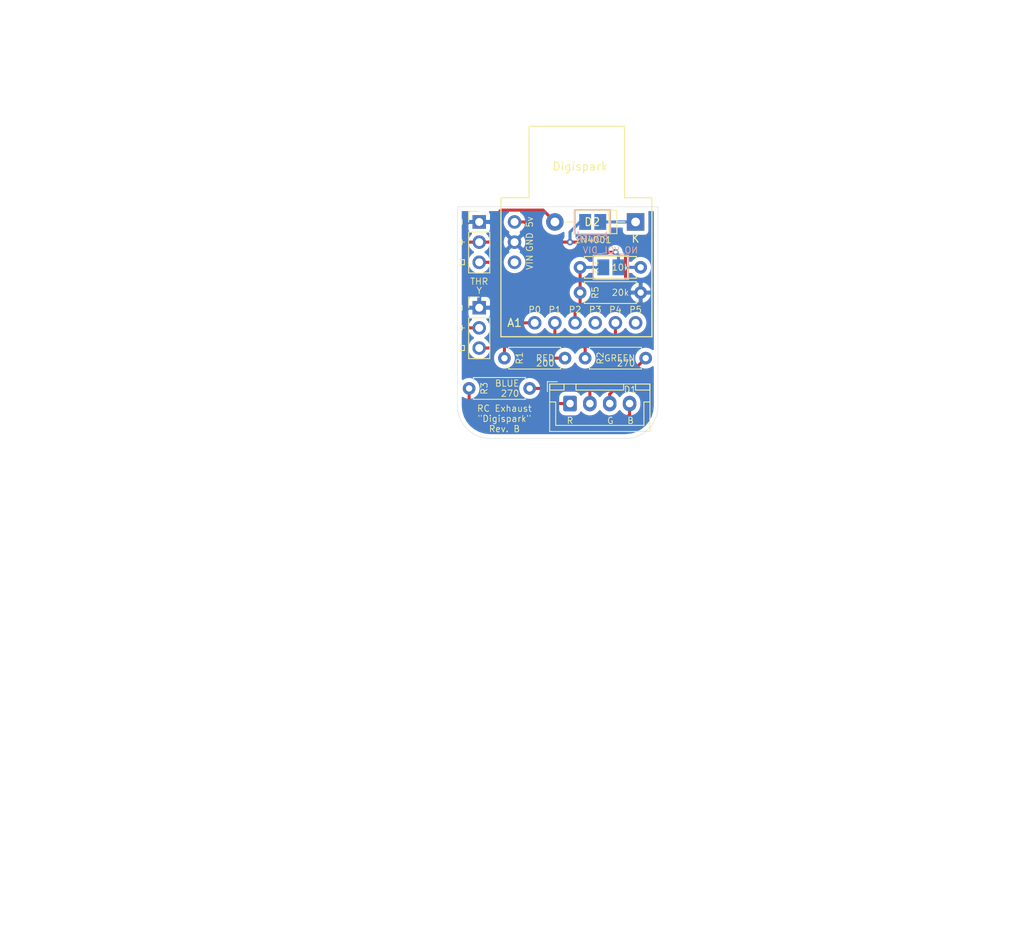
<source format=kicad_pcb>
(kicad_pcb (version 20171130) (host pcbnew "(5.1.8)-1")

  (general
    (thickness 1.6)
    (drawings 30)
    (tracks 72)
    (zones 0)
    (modules 12)
    (nets 13)
  )

  (page A4)
  (layers
    (0 F.Cu signal)
    (31 B.Cu signal)
    (32 B.Adhes user)
    (33 F.Adhes user)
    (34 B.Paste user)
    (35 F.Paste user)
    (36 B.SilkS user)
    (37 F.SilkS user)
    (38 B.Mask user)
    (39 F.Mask user)
    (40 Dwgs.User user)
    (41 Cmts.User user)
    (42 Eco1.User user)
    (43 Eco2.User user)
    (44 Edge.Cuts user)
    (45 Margin user)
    (46 B.CrtYd user)
    (47 F.CrtYd user)
    (48 B.Fab user)
    (49 F.Fab user)
  )

  (setup
    (last_trace_width 0.381)
    (trace_clearance 0.2)
    (zone_clearance 0.508)
    (zone_45_only no)
    (trace_min 0.2)
    (via_size 0.8)
    (via_drill 0.4)
    (via_min_size 0.4)
    (via_min_drill 0.3)
    (uvia_size 0.3)
    (uvia_drill 0.1)
    (uvias_allowed no)
    (uvia_min_size 0.2)
    (uvia_min_drill 0.1)
    (edge_width 0.05)
    (segment_width 0.2)
    (pcb_text_width 0.3)
    (pcb_text_size 1.5 1.5)
    (mod_edge_width 0.12)
    (mod_text_size 1 1)
    (mod_text_width 0.15)
    (pad_size 1.524 1.524)
    (pad_drill 0.762)
    (pad_to_mask_clearance 0)
    (aux_axis_origin 0 0)
    (visible_elements 7FFFFFFF)
    (pcbplotparams
      (layerselection 0x011fc_ffffffff)
      (usegerberextensions true)
      (usegerberattributes false)
      (usegerberadvancedattributes false)
      (creategerberjobfile false)
      (excludeedgelayer true)
      (linewidth 0.100000)
      (plotframeref false)
      (viasonmask false)
      (mode 1)
      (useauxorigin false)
      (hpglpennumber 1)
      (hpglpenspeed 20)
      (hpglpendiameter 15.000000)
      (psnegative false)
      (psa4output false)
      (plotreference true)
      (plotvalue true)
      (plotinvisibletext false)
      (padsonsilk false)
      (subtractmaskfromsilk false)
      (outputformat 1)
      (mirror false)
      (drillshape 0)
      (scaleselection 1)
      (outputdirectory "export/"))
  )

  (net 0 "")
  (net 1 GND)
  (net 2 THR)
  (net 3 "Net-(D1-Pad1)")
  (net 4 "Net-(J5-Pad3)")
  (net 5 "Net-(D1-Pad3)")
  (net 6 "Net-(D1-Pad4)")
  (net 7 /RGB_R)
  (net 8 /RGB_B)
  (net 9 /RGB_G)
  (net 10 "Net-(A1-Pad8)")
  (net 11 "Net-(D2-Pad1)")
  (net 12 /6v)

  (net_class Default "This is the default net class."
    (clearance 0.2)
    (trace_width 0.381)
    (via_dia 0.8)
    (via_drill 0.4)
    (uvia_dia 0.3)
    (uvia_drill 0.1)
    (add_net /6v)
    (add_net /RGB_B)
    (add_net /RGB_G)
    (add_net /RGB_R)
    (add_net GND)
    (add_net "Net-(A1-Pad8)")
    (add_net "Net-(D1-Pad1)")
    (add_net "Net-(D1-Pad3)")
    (add_net "Net-(D1-Pad4)")
    (add_net "Net-(D2-Pad1)")
    (add_net "Net-(J5-Pad3)")
    (add_net THR)
  )

  (net_class BEC ""
    (clearance 0.2)
    (trace_width 0.5)
    (via_dia 0.8)
    (via_drill 0.4)
    (uvia_dia 0.3)
    (uvia_drill 0.1)
  )

  (net_class Power ""
    (clearance 0.2)
    (trace_width 0.381)
    (via_dia 0.9)
    (via_drill 0.4)
    (uvia_dia 0.3)
    (uvia_drill 0.1)
  )

  (module resistor:R_Axial_DIN0207_L6.3mm_D2.5mm_P7.62mm_Horizontal (layer F.Cu) (tedit 62698003) (tstamp 64EE9ACE)
    (at 113.665 96.52 180)
    (descr "Resistor, Axial_DIN0207 series, Axial, Horizontal, pin pitch=7.62mm, 0.25W = 1/4W, length*diameter=6.3*2.5mm^2, http://cdn-reichelt.de/documents/datenblatt/B400/1_4W%23YAG.pdf")
    (tags "Resistor Axial_DIN0207 series Axial Horizontal pin pitch 7.62mm 0.25W = 1/4W length 6.3mm diameter 2.5mm")
    (path /64ECF255)
    (fp_text reference R1 (at 5.715 0 270) (layer F.SilkS)
      (effects (font (size 0.8 0.8) (thickness 0.1)))
    )
    (fp_text value 200 (at 1.27 -0.635 180) (layer F.SilkS)
      (effects (font (size 0.8 0.8) (thickness 0.1)) (justify right))
    )
    (fp_line (start 8.67 -1.5) (end -1.05 -1.5) (layer F.CrtYd) (width 0.05))
    (fp_line (start 8.67 1.5) (end 8.67 -1.5) (layer F.CrtYd) (width 0.05))
    (fp_line (start -1.05 1.5) (end 8.67 1.5) (layer F.CrtYd) (width 0.05))
    (fp_line (start -1.05 -1.5) (end -1.05 1.5) (layer F.CrtYd) (width 0.05))
    (fp_line (start 7.08 1.37) (end 7.08 1.04) (layer F.SilkS) (width 0.12))
    (fp_line (start 0.54 1.37) (end 7.08 1.37) (layer F.SilkS) (width 0.12))
    (fp_line (start 0.54 1.04) (end 0.54 1.37) (layer F.SilkS) (width 0.12))
    (fp_line (start 7.08 -1.37) (end 7.08 -1.04) (layer F.SilkS) (width 0.12))
    (fp_line (start 0.54 -1.37) (end 7.08 -1.37) (layer F.SilkS) (width 0.12))
    (fp_line (start 0.54 -1.04) (end 0.54 -1.37) (layer F.SilkS) (width 0.12))
    (fp_line (start 7.62 0) (end 6.96 0) (layer F.Fab) (width 0.1))
    (fp_line (start 0 0) (end 0.66 0) (layer F.Fab) (width 0.1))
    (fp_line (start 6.96 -1.25) (end 0.66 -1.25) (layer F.Fab) (width 0.1))
    (fp_line (start 6.96 1.25) (end 6.96 -1.25) (layer F.Fab) (width 0.1))
    (fp_line (start 0.66 1.25) (end 6.96 1.25) (layer F.Fab) (width 0.1))
    (fp_line (start 0.66 -1.25) (end 0.66 1.25) (layer F.Fab) (width 0.1))
    (fp_text user %R (at 5.715 0 270) (layer F.Fab)
      (effects (font (size 0.8 0.8) (thickness 0.1)))
    )
    (pad 1 thru_hole circle (at 0 0 180) (size 1.6 1.6) (drill 0.8) (layers *.Cu *.Mask)
      (net 3 "Net-(D1-Pad1)"))
    (pad 2 thru_hole oval (at 7.62 0 180) (size 1.6 1.6) (drill 0.8) (layers *.Cu *.Mask)
      (net 7 /RGB_R))
    (model ${KISYS3DMOD}/Resistor_THT.3dshapes/R_Axial_DIN0207_L6.3mm_D2.5mm_P7.62mm_Horizontal.wrl
      (at (xyz 0 0 0))
      (scale (xyz 1 1 1))
      (rotate (xyz 0 0 0))
    )
  )

  (module resistor:R_Axial_DIN0207_L6.3mm_D2.5mm_P7.62mm_Horizontal (layer F.Cu) (tedit 62698003) (tstamp 64EAE5D2)
    (at 123.825 96.52 180)
    (descr "Resistor, Axial_DIN0207 series, Axial, Horizontal, pin pitch=7.62mm, 0.25W = 1/4W, length*diameter=6.3*2.5mm^2, http://cdn-reichelt.de/documents/datenblatt/B400/1_4W%23YAG.pdf")
    (tags "Resistor Axial_DIN0207 series Axial Horizontal pin pitch 7.62mm 0.25W = 1/4W length 6.3mm diameter 2.5mm")
    (path /64ED38BC)
    (fp_text reference R2 (at 5.715 0 270) (layer F.SilkS)
      (effects (font (size 0.8 0.8) (thickness 0.1)))
    )
    (fp_text value 270 (at 1.27 -0.635 180) (layer F.SilkS)
      (effects (font (size 0.8 0.8) (thickness 0.1)) (justify right))
    )
    (fp_line (start 0.66 -1.25) (end 0.66 1.25) (layer F.Fab) (width 0.1))
    (fp_line (start 0.66 1.25) (end 6.96 1.25) (layer F.Fab) (width 0.1))
    (fp_line (start 6.96 1.25) (end 6.96 -1.25) (layer F.Fab) (width 0.1))
    (fp_line (start 6.96 -1.25) (end 0.66 -1.25) (layer F.Fab) (width 0.1))
    (fp_line (start 0 0) (end 0.66 0) (layer F.Fab) (width 0.1))
    (fp_line (start 7.62 0) (end 6.96 0) (layer F.Fab) (width 0.1))
    (fp_line (start 0.54 -1.04) (end 0.54 -1.37) (layer F.SilkS) (width 0.12))
    (fp_line (start 0.54 -1.37) (end 7.08 -1.37) (layer F.SilkS) (width 0.12))
    (fp_line (start 7.08 -1.37) (end 7.08 -1.04) (layer F.SilkS) (width 0.12))
    (fp_line (start 0.54 1.04) (end 0.54 1.37) (layer F.SilkS) (width 0.12))
    (fp_line (start 0.54 1.37) (end 7.08 1.37) (layer F.SilkS) (width 0.12))
    (fp_line (start 7.08 1.37) (end 7.08 1.04) (layer F.SilkS) (width 0.12))
    (fp_line (start -1.05 -1.5) (end -1.05 1.5) (layer F.CrtYd) (width 0.05))
    (fp_line (start -1.05 1.5) (end 8.67 1.5) (layer F.CrtYd) (width 0.05))
    (fp_line (start 8.67 1.5) (end 8.67 -1.5) (layer F.CrtYd) (width 0.05))
    (fp_line (start 8.67 -1.5) (end -1.05 -1.5) (layer F.CrtYd) (width 0.05))
    (fp_text user %R (at 5.715 0 270) (layer F.Fab)
      (effects (font (size 0.8 0.8) (thickness 0.1)))
    )
    (pad 2 thru_hole oval (at 7.62 0 180) (size 1.6 1.6) (drill 0.8) (layers *.Cu *.Mask)
      (net 9 /RGB_G))
    (pad 1 thru_hole circle (at 0 0 180) (size 1.6 1.6) (drill 0.8) (layers *.Cu *.Mask)
      (net 5 "Net-(D1-Pad3)"))
    (model ${KISYS3DMOD}/Resistor_THT.3dshapes/R_Axial_DIN0207_L6.3mm_D2.5mm_P7.62mm_Horizontal.wrl
      (at (xyz 0 0 0))
      (scale (xyz 1 1 1))
      (rotate (xyz 0 0 0))
    )
  )

  (module Connector_PinHeader_2.54mm:PinHeader_1x03_P2.54mm_Vertical (layer F.Cu) (tedit 59FED5CC) (tstamp 65176631)
    (at 102.87 90.17)
    (descr "Through hole straight pin header, 1x03, 2.54mm pitch, single row")
    (tags "Through hole pin header THT 1x03 2.54mm single row")
    (path /64E92EE9)
    (fp_text reference J6 (at 0 -2.33) (layer F.SilkS) hide
      (effects (font (size 0.8 0.8) (thickness 0.1)))
    )
    (fp_text value THR_Y (at 0 7.41) (layer F.Fab)
      (effects (font (size 0.8 0.8) (thickness 0.1)))
    )
    (fp_line (start -0.635 -1.27) (end 1.27 -1.27) (layer F.Fab) (width 0.1))
    (fp_line (start 1.27 -1.27) (end 1.27 6.35) (layer F.Fab) (width 0.1))
    (fp_line (start 1.27 6.35) (end -1.27 6.35) (layer F.Fab) (width 0.1))
    (fp_line (start -1.27 6.35) (end -1.27 -0.635) (layer F.Fab) (width 0.1))
    (fp_line (start -1.27 -0.635) (end -0.635 -1.27) (layer F.Fab) (width 0.1))
    (fp_line (start -1.33 6.41) (end 1.33 6.41) (layer F.SilkS) (width 0.12))
    (fp_line (start -1.33 1.27) (end -1.33 6.41) (layer F.SilkS) (width 0.12))
    (fp_line (start 1.33 1.27) (end 1.33 6.41) (layer F.SilkS) (width 0.12))
    (fp_line (start -1.33 1.27) (end 1.33 1.27) (layer F.SilkS) (width 0.12))
    (fp_line (start -1.33 0) (end -1.33 -1.33) (layer F.SilkS) (width 0.12))
    (fp_line (start -1.33 -1.33) (end 0 -1.33) (layer F.SilkS) (width 0.12))
    (fp_line (start -1.8 -1.8) (end -1.8 6.85) (layer F.CrtYd) (width 0.05))
    (fp_line (start -1.8 6.85) (end 1.8 6.85) (layer F.CrtYd) (width 0.05))
    (fp_line (start 1.8 6.85) (end 1.8 -1.8) (layer F.CrtYd) (width 0.05))
    (fp_line (start 1.8 -1.8) (end -1.8 -1.8) (layer F.CrtYd) (width 0.05))
    (fp_text user %R (at 0 2.54 90) (layer F.Fab)
      (effects (font (size 0.8 0.8) (thickness 0.1)))
    )
    (pad 3 thru_hole oval (at 0 5.08) (size 1.7 1.7) (drill 1) (layers *.Cu *.Mask)
      (net 4 "Net-(J5-Pad3)"))
    (pad 2 thru_hole oval (at 0 2.54) (size 1.7 1.7) (drill 1) (layers *.Cu *.Mask)
      (net 12 /6v))
    (pad 1 thru_hole rect (at 0 0) (size 1.7 1.7) (drill 1) (layers *.Cu *.Mask)
      (net 1 GND))
    (model ${KISYS3DMOD}/Connector_PinHeader_2.54mm.3dshapes/PinHeader_1x03_P2.54mm_Vertical.wrl
      (at (xyz 0 0 0))
      (scale (xyz 1 1 1))
      (rotate (xyz 0 0 0))
    )
  )

  (module Connector_PinHeader_2.54mm:PinHeader_1x03_P2.54mm_Vertical (layer F.Cu) (tedit 59FED5CC) (tstamp 651765EF)
    (at 102.87 79.375)
    (descr "Through hole straight pin header, 1x03, 2.54mm pitch, single row")
    (tags "Through hole pin header THT 1x03 2.54mm single row")
    (path /64E92EE3)
    (fp_text reference J5 (at 0 -2.33) (layer F.SilkS) hide
      (effects (font (size 1 1) (thickness 0.15)))
    )
    (fp_text value THR (at 0 7.41) (layer F.Fab)
      (effects (font (size 1 1) (thickness 0.15)))
    )
    (fp_line (start 1.8 -1.8) (end -1.8 -1.8) (layer F.CrtYd) (width 0.05))
    (fp_line (start 1.8 6.85) (end 1.8 -1.8) (layer F.CrtYd) (width 0.05))
    (fp_line (start -1.8 6.85) (end 1.8 6.85) (layer F.CrtYd) (width 0.05))
    (fp_line (start -1.8 -1.8) (end -1.8 6.85) (layer F.CrtYd) (width 0.05))
    (fp_line (start -1.33 -1.33) (end 0 -1.33) (layer F.SilkS) (width 0.12))
    (fp_line (start -1.33 0) (end -1.33 -1.33) (layer F.SilkS) (width 0.12))
    (fp_line (start -1.33 1.27) (end 1.33 1.27) (layer F.SilkS) (width 0.12))
    (fp_line (start 1.33 1.27) (end 1.33 6.41) (layer F.SilkS) (width 0.12))
    (fp_line (start -1.33 1.27) (end -1.33 6.41) (layer F.SilkS) (width 0.12))
    (fp_line (start -1.33 6.41) (end 1.33 6.41) (layer F.SilkS) (width 0.12))
    (fp_line (start -1.27 -0.635) (end -0.635 -1.27) (layer F.Fab) (width 0.1))
    (fp_line (start -1.27 6.35) (end -1.27 -0.635) (layer F.Fab) (width 0.1))
    (fp_line (start 1.27 6.35) (end -1.27 6.35) (layer F.Fab) (width 0.1))
    (fp_line (start 1.27 -1.27) (end 1.27 6.35) (layer F.Fab) (width 0.1))
    (fp_line (start -0.635 -1.27) (end 1.27 -1.27) (layer F.Fab) (width 0.1))
    (fp_text user %R (at 0 2.54 90) (layer F.Fab)
      (effects (font (size 1 1) (thickness 0.15)))
    )
    (pad 1 thru_hole rect (at 0 0) (size 1.7 1.7) (drill 1) (layers *.Cu *.Mask)
      (net 1 GND))
    (pad 2 thru_hole oval (at 0 2.54) (size 1.7 1.7) (drill 1) (layers *.Cu *.Mask)
      (net 12 /6v))
    (pad 3 thru_hole oval (at 0 5.08) (size 1.7 1.7) (drill 1) (layers *.Cu *.Mask)
      (net 4 "Net-(J5-Pad3)"))
    (model ${KISYS3DMOD}/Connector_PinHeader_2.54mm.3dshapes/PinHeader_1x03_P2.54mm_Vertical.wrl
      (at (xyz 0 0 0))
      (scale (xyz 1 1 1))
      (rotate (xyz 0 0 0))
    )
  )

  (module resistor:R_Axial_DIN0207_L6.3mm_D2.5mm_P7.62mm_Horizontal (layer F.Cu) (tedit 62698003) (tstamp 65686FE3)
    (at 101.6 100.33)
    (descr "Resistor, Axial_DIN0207 series, Axial, Horizontal, pin pitch=7.62mm, 0.25W = 1/4W, length*diameter=6.3*2.5mm^2, http://cdn-reichelt.de/documents/datenblatt/B400/1_4W%23YAG.pdf")
    (tags "Resistor Axial_DIN0207 series Axial Horizontal pin pitch 7.62mm 0.25W = 1/4W length 6.3mm diameter 2.5mm")
    (path /650115B7)
    (fp_text reference R3 (at 1.905 0 90) (layer F.SilkS)
      (effects (font (size 0.8 0.8) (thickness 0.1)))
    )
    (fp_text value 270 (at 6.35 0.635) (layer F.SilkS)
      (effects (font (size 0.8 0.8) (thickness 0.1)) (justify right))
    )
    (fp_line (start 0.66 -1.25) (end 0.66 1.25) (layer F.Fab) (width 0.1))
    (fp_line (start 0.66 1.25) (end 6.96 1.25) (layer F.Fab) (width 0.1))
    (fp_line (start 6.96 1.25) (end 6.96 -1.25) (layer F.Fab) (width 0.1))
    (fp_line (start 6.96 -1.25) (end 0.66 -1.25) (layer F.Fab) (width 0.1))
    (fp_line (start 0 0) (end 0.66 0) (layer F.Fab) (width 0.1))
    (fp_line (start 7.62 0) (end 6.96 0) (layer F.Fab) (width 0.1))
    (fp_line (start 0.54 -1.04) (end 0.54 -1.37) (layer F.SilkS) (width 0.12))
    (fp_line (start 0.54 -1.37) (end 7.08 -1.37) (layer F.SilkS) (width 0.12))
    (fp_line (start 7.08 -1.37) (end 7.08 -1.04) (layer F.SilkS) (width 0.12))
    (fp_line (start 0.54 1.04) (end 0.54 1.37) (layer F.SilkS) (width 0.12))
    (fp_line (start 0.54 1.37) (end 7.08 1.37) (layer F.SilkS) (width 0.12))
    (fp_line (start 7.08 1.37) (end 7.08 1.04) (layer F.SilkS) (width 0.12))
    (fp_line (start -1.05 -1.5) (end -1.05 1.5) (layer F.CrtYd) (width 0.05))
    (fp_line (start -1.05 1.5) (end 8.67 1.5) (layer F.CrtYd) (width 0.05))
    (fp_line (start 8.67 1.5) (end 8.67 -1.5) (layer F.CrtYd) (width 0.05))
    (fp_line (start 8.67 -1.5) (end -1.05 -1.5) (layer F.CrtYd) (width 0.05))
    (fp_text user %R (at 1.905 0 90) (layer F.Fab)
      (effects (font (size 0.8 0.8) (thickness 0.1)))
    )
    (pad 1 thru_hole circle (at 0 0) (size 1.6 1.6) (drill 0.8) (layers *.Cu *.Mask)
      (net 6 "Net-(D1-Pad4)"))
    (pad 2 thru_hole oval (at 7.62 0) (size 1.6 1.6) (drill 0.8) (layers *.Cu *.Mask)
      (net 8 /RGB_B))
    (model ${KISYS3DMOD}/Resistor_THT.3dshapes/R_Axial_DIN0207_L6.3mm_D2.5mm_P7.62mm_Horizontal.wrl
      (at (xyz 0 0 0))
      (scale (xyz 1 1 1))
      (rotate (xyz 0 0 0))
    )
  )

  (module resistor:R_Axial_DIN0207_L6.3mm_D2.5mm_P7.62mm_Horizontal (layer F.Cu) (tedit 62698003) (tstamp 65176020)
    (at 123.19 85.09 180)
    (descr "Resistor, Axial_DIN0207 series, Axial, Horizontal, pin pitch=7.62mm, 0.25W = 1/4W, length*diameter=6.3*2.5mm^2, http://cdn-reichelt.de/documents/datenblatt/B400/1_4W%23YAG.pdf")
    (tags "Resistor Axial_DIN0207 series Axial Horizontal pin pitch 7.62mm 0.25W = 1/4W length 6.3mm diameter 2.5mm")
    (path /650152BE)
    (fp_text reference R4 (at 5.715 0 90) (layer F.SilkS)
      (effects (font (size 0.8 0.8) (thickness 0.1)))
    )
    (fp_text value 10k (at 2.54 0) (layer F.SilkS)
      (effects (font (size 0.8 0.8) (thickness 0.1)))
    )
    (fp_line (start 8.67 -1.5) (end -1.05 -1.5) (layer F.CrtYd) (width 0.05))
    (fp_line (start 8.67 1.5) (end 8.67 -1.5) (layer F.CrtYd) (width 0.05))
    (fp_line (start -1.05 1.5) (end 8.67 1.5) (layer F.CrtYd) (width 0.05))
    (fp_line (start -1.05 -1.5) (end -1.05 1.5) (layer F.CrtYd) (width 0.05))
    (fp_line (start 7.08 1.37) (end 7.08 1.04) (layer F.SilkS) (width 0.12))
    (fp_line (start 0.54 1.37) (end 7.08 1.37) (layer F.SilkS) (width 0.12))
    (fp_line (start 0.54 1.04) (end 0.54 1.37) (layer F.SilkS) (width 0.12))
    (fp_line (start 7.08 -1.37) (end 7.08 -1.04) (layer F.SilkS) (width 0.12))
    (fp_line (start 0.54 -1.37) (end 7.08 -1.37) (layer F.SilkS) (width 0.12))
    (fp_line (start 0.54 -1.04) (end 0.54 -1.37) (layer F.SilkS) (width 0.12))
    (fp_line (start 7.62 0) (end 6.96 0) (layer F.Fab) (width 0.1))
    (fp_line (start 0 0) (end 0.66 0) (layer F.Fab) (width 0.1))
    (fp_line (start 6.96 -1.25) (end 0.66 -1.25) (layer F.Fab) (width 0.1))
    (fp_line (start 6.96 1.25) (end 6.96 -1.25) (layer F.Fab) (width 0.1))
    (fp_line (start 0.66 1.25) (end 6.96 1.25) (layer F.Fab) (width 0.1))
    (fp_line (start 0.66 -1.25) (end 0.66 1.25) (layer F.Fab) (width 0.1))
    (fp_text user %R (at 5.715 0 90) (layer F.Fab)
      (effects (font (size 0.8 0.8) (thickness 0.1)))
    )
    (pad 2 thru_hole oval (at 7.62 0 180) (size 1.6 1.6) (drill 0.8) (layers *.Cu *.Mask)
      (net 2 THR))
    (pad 1 thru_hole circle (at 0 0 180) (size 1.6 1.6) (drill 0.8) (layers *.Cu *.Mask)
      (net 4 "Net-(J5-Pad3)"))
    (model ${KISYS3DMOD}/Resistor_THT.3dshapes/R_Axial_DIN0207_L6.3mm_D2.5mm_P7.62mm_Horizontal.wrl
      (at (xyz 0 0 0))
      (scale (xyz 1 1 1))
      (rotate (xyz 0 0 0))
    )
  )

  (module resistor:R_Axial_DIN0207_L6.3mm_D2.5mm_P7.62mm_Horizontal (layer F.Cu) (tedit 62698003) (tstamp 65176037)
    (at 115.57 88.265)
    (descr "Resistor, Axial_DIN0207 series, Axial, Horizontal, pin pitch=7.62mm, 0.25W = 1/4W, length*diameter=6.3*2.5mm^2, http://cdn-reichelt.de/documents/datenblatt/B400/1_4W%23YAG.pdf")
    (tags "Resistor Axial_DIN0207 series Axial Horizontal pin pitch 7.62mm 0.25W = 1/4W length 6.3mm diameter 2.5mm")
    (path /65018C06)
    (fp_text reference R5 (at 1.905 0 90) (layer F.SilkS)
      (effects (font (size 0.8 0.8) (thickness 0.1)))
    )
    (fp_text value 20k (at 5.08 0) (layer F.SilkS)
      (effects (font (size 0.8 0.8) (thickness 0.1)))
    )
    (fp_line (start 0.66 -1.25) (end 0.66 1.25) (layer F.Fab) (width 0.1))
    (fp_line (start 0.66 1.25) (end 6.96 1.25) (layer F.Fab) (width 0.1))
    (fp_line (start 6.96 1.25) (end 6.96 -1.25) (layer F.Fab) (width 0.1))
    (fp_line (start 6.96 -1.25) (end 0.66 -1.25) (layer F.Fab) (width 0.1))
    (fp_line (start 0 0) (end 0.66 0) (layer F.Fab) (width 0.1))
    (fp_line (start 7.62 0) (end 6.96 0) (layer F.Fab) (width 0.1))
    (fp_line (start 0.54 -1.04) (end 0.54 -1.37) (layer F.SilkS) (width 0.12))
    (fp_line (start 0.54 -1.37) (end 7.08 -1.37) (layer F.SilkS) (width 0.12))
    (fp_line (start 7.08 -1.37) (end 7.08 -1.04) (layer F.SilkS) (width 0.12))
    (fp_line (start 0.54 1.04) (end 0.54 1.37) (layer F.SilkS) (width 0.12))
    (fp_line (start 0.54 1.37) (end 7.08 1.37) (layer F.SilkS) (width 0.12))
    (fp_line (start 7.08 1.37) (end 7.08 1.04) (layer F.SilkS) (width 0.12))
    (fp_line (start -1.05 -1.5) (end -1.05 1.5) (layer F.CrtYd) (width 0.05))
    (fp_line (start -1.05 1.5) (end 8.67 1.5) (layer F.CrtYd) (width 0.05))
    (fp_line (start 8.67 1.5) (end 8.67 -1.5) (layer F.CrtYd) (width 0.05))
    (fp_line (start 8.67 -1.5) (end -1.05 -1.5) (layer F.CrtYd) (width 0.05))
    (fp_text user %R (at 1.905 0 90) (layer F.Fab)
      (effects (font (size 0.8 0.8) (thickness 0.1)))
    )
    (pad 1 thru_hole circle (at 0 0) (size 1.6 1.6) (drill 0.8) (layers *.Cu *.Mask)
      (net 2 THR))
    (pad 2 thru_hole oval (at 7.62 0) (size 1.6 1.6) (drill 0.8) (layers *.Cu *.Mask)
      (net 1 GND))
    (model ${KISYS3DMOD}/Resistor_THT.3dshapes/R_Axial_DIN0207_L6.3mm_D2.5mm_P7.62mm_Horizontal.wrl
      (at (xyz 0 0 0))
      (scale (xyz 1 1 1))
      (rotate (xyz 0 0 0))
    )
  )

  (module Connector_JST:JST_XH_B4B-XH-A_1x04_P2.50mm_Vertical (layer F.Cu) (tedit 5C28146C) (tstamp 656869A6)
    (at 114.3 102.235)
    (descr "JST XH series connector, B4B-XH-A (http://www.jst-mfg.com/product/pdf/eng/eXH.pdf), generated with kicad-footprint-generator")
    (tags "connector JST XH vertical")
    (path /65190DA5)
    (fp_text reference D1 (at 7.5692 -1.7526 180) (layer F.SilkS)
      (effects (font (size 0.8 0.8) (thickness 0.1)))
    )
    (fp_text value LED_RGBA (at 3.75 4.6) (layer F.Fab)
      (effects (font (size 1 1) (thickness 0.15)))
    )
    (fp_line (start -2.85 -2.75) (end -2.85 -1.5) (layer F.SilkS) (width 0.12))
    (fp_line (start -1.6 -2.75) (end -2.85 -2.75) (layer F.SilkS) (width 0.12))
    (fp_line (start 9.3 2.75) (end 3.75 2.75) (layer F.SilkS) (width 0.12))
    (fp_line (start 9.3 -0.2) (end 9.3 2.75) (layer F.SilkS) (width 0.12))
    (fp_line (start 10.05 -0.2) (end 9.3 -0.2) (layer F.SilkS) (width 0.12))
    (fp_line (start -1.8 2.75) (end 3.75 2.75) (layer F.SilkS) (width 0.12))
    (fp_line (start -1.8 -0.2) (end -1.8 2.75) (layer F.SilkS) (width 0.12))
    (fp_line (start -2.55 -0.2) (end -1.8 -0.2) (layer F.SilkS) (width 0.12))
    (fp_line (start 10.05 -2.45) (end 8.25 -2.45) (layer F.SilkS) (width 0.12))
    (fp_line (start 10.05 -1.7) (end 10.05 -2.45) (layer F.SilkS) (width 0.12))
    (fp_line (start 8.25 -1.7) (end 10.05 -1.7) (layer F.SilkS) (width 0.12))
    (fp_line (start 8.25 -2.45) (end 8.25 -1.7) (layer F.SilkS) (width 0.12))
    (fp_line (start -0.75 -2.45) (end -2.55 -2.45) (layer F.SilkS) (width 0.12))
    (fp_line (start -0.75 -1.7) (end -0.75 -2.45) (layer F.SilkS) (width 0.12))
    (fp_line (start -2.55 -1.7) (end -0.75 -1.7) (layer F.SilkS) (width 0.12))
    (fp_line (start -2.55 -2.45) (end -2.55 -1.7) (layer F.SilkS) (width 0.12))
    (fp_line (start 6.75 -2.45) (end 0.75 -2.45) (layer F.SilkS) (width 0.12))
    (fp_line (start 6.75 -1.7) (end 6.75 -2.45) (layer F.SilkS) (width 0.12))
    (fp_line (start 0.75 -1.7) (end 6.75 -1.7) (layer F.SilkS) (width 0.12))
    (fp_line (start 0.75 -2.45) (end 0.75 -1.7) (layer F.SilkS) (width 0.12))
    (fp_line (start 0 -1.35) (end 0.625 -2.35) (layer F.Fab) (width 0.1))
    (fp_line (start -0.625 -2.35) (end 0 -1.35) (layer F.Fab) (width 0.1))
    (fp_line (start 10.45 -2.85) (end -2.95 -2.85) (layer F.CrtYd) (width 0.05))
    (fp_line (start 10.45 3.9) (end 10.45 -2.85) (layer F.CrtYd) (width 0.05))
    (fp_line (start -2.95 3.9) (end 10.45 3.9) (layer F.CrtYd) (width 0.05))
    (fp_line (start -2.95 -2.85) (end -2.95 3.9) (layer F.CrtYd) (width 0.05))
    (fp_line (start 10.06 -2.46) (end -2.56 -2.46) (layer F.SilkS) (width 0.12))
    (fp_line (start 10.06 3.51) (end 10.06 -2.46) (layer F.SilkS) (width 0.12))
    (fp_line (start -2.56 3.51) (end 10.06 3.51) (layer F.SilkS) (width 0.12))
    (fp_line (start -2.56 -2.46) (end -2.56 3.51) (layer F.SilkS) (width 0.12))
    (fp_line (start 9.95 -2.35) (end -2.45 -2.35) (layer F.Fab) (width 0.1))
    (fp_line (start 9.95 3.4) (end 9.95 -2.35) (layer F.Fab) (width 0.1))
    (fp_line (start -2.45 3.4) (end 9.95 3.4) (layer F.Fab) (width 0.1))
    (fp_line (start -2.45 -2.35) (end -2.45 3.4) (layer F.Fab) (width 0.1))
    (fp_text user %R (at 3.75 2.7) (layer F.Fab)
      (effects (font (size 1 1) (thickness 0.15)))
    )
    (pad 1 thru_hole roundrect (at 0 0) (size 1.7 1.95) (drill 0.95) (layers *.Cu *.Mask) (roundrect_rratio 0.147059)
      (net 3 "Net-(D1-Pad1)"))
    (pad 2 thru_hole oval (at 2.5 0) (size 1.7 1.95) (drill 0.95) (layers *.Cu *.Mask)
      (net 10 "Net-(A1-Pad8)"))
    (pad 3 thru_hole oval (at 5 0) (size 1.7 1.95) (drill 0.95) (layers *.Cu *.Mask)
      (net 5 "Net-(D1-Pad3)"))
    (pad 4 thru_hole oval (at 7.5 0) (size 1.7 1.95) (drill 0.95) (layers *.Cu *.Mask)
      (net 6 "Net-(D1-Pad4)"))
    (model ${KISYS3DMOD}/Connector_JST.3dshapes/JST_XH_B4B-XH-A_1x04_P2.50mm_Vertical.wrl
      (at (xyz 0 0 0))
      (scale (xyz 1 1 1))
      (rotate (xyz 0 0 0))
    )
  )

  (module Digispark:Digispark (layer F.Cu) (tedit 6567ECBB) (tstamp 667767E1)
    (at 122.555 92.075 270)
    (path /65687FC8)
    (fp_text reference A1 (at 0 15.24) (layer F.SilkS)
      (effects (font (size 1 1) (thickness 0.15)))
    )
    (fp_text value Digispark (at -19.685 6.985) (layer F.SilkS)
      (effects (font (size 1 1) (thickness 0.15)))
    )
    (fp_line (start -15.75 16.95) (end 1.75 16.95) (layer F.SilkS) (width 0.15))
    (fp_line (start -15.75 -2.05) (end 1.75 -2.05) (layer F.SilkS) (width 0.15))
    (fp_line (start -24.75 13.41) (end -15.75 13.41) (layer F.SilkS) (width 0.15))
    (fp_line (start -15.75 13.41) (end -15.75 16.95) (layer F.SilkS) (width 0.15))
    (fp_line (start -24.75 1.38) (end -15.75 1.38) (layer F.SilkS) (width 0.15))
    (fp_line (start 1.75 16.95) (end 1.75 -2.05) (layer F.SilkS) (width 0.15))
    (fp_line (start -24.75 1.38) (end -24.75 13.41) (layer F.SilkS) (width 0.15))
    (fp_line (start -15.75 1.38) (end -15.75 -2.05) (layer F.SilkS) (width 0.15))
    (fp_text user 5v (at -12.7 13.335 90) (layer F.SilkS)
      (effects (font (size 0.8 0.8) (thickness 0.1)))
    )
    (fp_text user GND (at -10.16 13.335 90) (layer F.SilkS)
      (effects (font (size 0.8 0.8) (thickness 0.1)))
    )
    (fp_text user VIN (at -7.62 13.335 90) (layer F.SilkS)
      (effects (font (size 0.8 0.8) (thickness 0.1)))
    )
    (fp_text user P1 (at -1.651 10.16) (layer F.SilkS)
      (effects (font (size 0.8 0.8) (thickness 0.1)))
    )
    (fp_text user P2 (at -1.651 7.62) (layer F.SilkS)
      (effects (font (size 0.8 0.8) (thickness 0.1)))
    )
    (fp_text user P3 (at -1.651 5.08) (layer F.SilkS)
      (effects (font (size 0.8 0.8) (thickness 0.1)))
    )
    (fp_text user P4 (at -1.651 2.54) (layer F.SilkS)
      (effects (font (size 0.8 0.8) (thickness 0.1)))
    )
    (fp_text user P5 (at -1.651 0) (layer F.SilkS)
      (effects (font (size 0.8 0.8) (thickness 0.1)))
    )
    (fp_text user P0 (at -1.651 12.7) (layer F.SilkS)
      (effects (font (size 0.8 0.8) (thickness 0.1)))
    )
    (pad 2 thru_hole circle (at 0 5.08) (size 1.7 1.7) (drill 1) (layers *.Cu *.Mask))
    (pad 3 thru_hole circle (at 0 2.54) (size 1.7 1.7) (drill 1) (layers *.Cu *.Mask)
      (net 8 /RGB_B))
    (pad 4 thru_hole circle (at -10.16 15.24) (size 1.7 1.7) (drill 1) (layers *.Cu *.Mask)
      (net 1 GND))
    (pad 5 thru_hole circle (at 0 12.7) (size 1.7 1.7) (drill 1) (layers *.Cu *.Mask)
      (net 7 /RGB_R))
    (pad 6 thru_hole circle (at 0 10.16) (size 1.7 1.7) (drill 1) (layers *.Cu *.Mask)
      (net 9 /RGB_G))
    (pad 7 thru_hole circle (at 0 7.62) (size 1.7 1.7) (drill 1) (layers *.Cu *.Mask)
      (net 2 THR))
    (pad 8 thru_hole circle (at -12.7 15.24) (size 1.7 1.7) (drill 1) (layers *.Cu *.Mask)
      (net 10 "Net-(A1-Pad8)"))
    (pad 9 thru_hole circle (at -7.62 15.24) (size 1.7 1.7) (drill 1) (layers *.Cu *.Mask))
    (pad 1 thru_hole circle (at 0 0) (size 1.7 1.7) (drill 1) (layers *.Cu *.Mask))
  )

  (module solder_bridge:bridge_open (layer B.Cu) (tedit 6068BA0B) (tstamp 65687BDC)
    (at 120.396 85.09 90)
    (descr "Through hole straight pin header, 1x02, 1.00mm pitch, single row")
    (tags "Through hole pin header THT 1x02 1.00mm single row")
    (path /657269D8)
    (fp_text reference JP1 (at 0 -3.556 90) (layer B.SilkS) hide
      (effects (font (size 1 1) (thickness 0.15)) (justify mirror))
    )
    (fp_text value NO_VOL_DIV (at 2.159 -1.016) (layer B.SilkS)
      (effects (font (size 0.8 0.8) (thickness 0.1)) (justify mirror))
    )
    (fp_line (start -1.524 -3.175) (end -1.524 1.27) (layer B.SilkS) (width 0.15))
    (fp_line (start 1.524 -3.175) (end 1.524 1.27) (layer B.SilkS) (width 0.15))
    (fp_line (start -1.524 -3.175) (end 1.524 -3.175) (layer B.SilkS) (width 0.15))
    (fp_line (start 1.524 1.27) (end -1.524 1.27) (layer B.SilkS) (width 0.15))
    (fp_text user %R (at 0 -3.81 270) (layer B.Fab)
      (effects (font (size 0.76 0.76) (thickness 0.114)) (justify mirror))
    )
    (pad 1 smd rect (at 0 0 90) (size 2 1.5) (layers B.Cu B.Paste B.Mask)
      (net 4 "Net-(J5-Pad3)"))
    (pad 2 smd rect (at 0 -1.905 90) (size 2 1.5) (layers B.Cu B.Paste B.Mask)
      (net 2 THR))
    (model ${KISYS3DMOD}/Pin_Headers.3dshapes/Pin_Header_Straight_1x02_Pitch1.00mm.wrl
      (at (xyz 0 0 0))
      (scale (xyz 1 1 1))
      (rotate (xyz 0 0 0))
    )
  )

  (module Diode_THT:D_DO-41_SOD81_P10.16mm_Horizontal (layer F.Cu) (tedit 5AE50CD5) (tstamp 65692341)
    (at 122.555 79.375 180)
    (descr "Diode, DO-41_SOD81 series, Axial, Horizontal, pin pitch=10.16mm, , length*diameter=5.2*2.7mm^2, , http://www.diodes.com/_files/packages/DO-41%20(Plastic).pdf")
    (tags "Diode DO-41_SOD81 series Axial Horizontal pin pitch 10.16mm  length 5.2mm diameter 2.7mm")
    (path /6573AEEF)
    (fp_text reference D2 (at 5.461 0) (layer F.SilkS)
      (effects (font (size 1 1) (thickness 0.15)))
    )
    (fp_text value 1N4001 (at 5.3594 -2.2606) (layer F.SilkS)
      (effects (font (size 0.8 0.8) (thickness 0.1)))
    )
    (fp_line (start 2.48 -1.35) (end 2.48 1.35) (layer F.Fab) (width 0.1))
    (fp_line (start 2.48 1.35) (end 7.68 1.35) (layer F.Fab) (width 0.1))
    (fp_line (start 7.68 1.35) (end 7.68 -1.35) (layer F.Fab) (width 0.1))
    (fp_line (start 7.68 -1.35) (end 2.48 -1.35) (layer F.Fab) (width 0.1))
    (fp_line (start 0 0) (end 2.48 0) (layer F.Fab) (width 0.1))
    (fp_line (start 10.16 0) (end 7.68 0) (layer F.Fab) (width 0.1))
    (fp_line (start 3.26 -1.35) (end 3.26 1.35) (layer F.Fab) (width 0.1))
    (fp_line (start 3.36 -1.35) (end 3.36 1.35) (layer F.Fab) (width 0.1))
    (fp_line (start 3.16 -1.35) (end 3.16 1.35) (layer F.Fab) (width 0.1))
    (fp_line (start 2.36 -1.47) (end 2.36 1.47) (layer F.SilkS) (width 0.12))
    (fp_line (start 2.36 1.47) (end 7.8 1.47) (layer F.SilkS) (width 0.12))
    (fp_line (start 7.8 1.47) (end 7.8 -1.47) (layer F.SilkS) (width 0.12))
    (fp_line (start 7.8 -1.47) (end 2.36 -1.47) (layer F.SilkS) (width 0.12))
    (fp_line (start 1.34 0) (end 2.36 0) (layer F.SilkS) (width 0.12))
    (fp_line (start 8.82 0) (end 7.8 0) (layer F.SilkS) (width 0.12))
    (fp_line (start 3.26 -1.47) (end 3.26 1.47) (layer F.SilkS) (width 0.12))
    (fp_line (start 3.38 -1.47) (end 3.38 1.47) (layer F.SilkS) (width 0.12))
    (fp_line (start 3.14 -1.47) (end 3.14 1.47) (layer F.SilkS) (width 0.12))
    (fp_line (start -1.35 -1.6) (end -1.35 1.6) (layer F.CrtYd) (width 0.05))
    (fp_line (start -1.35 1.6) (end 11.51 1.6) (layer F.CrtYd) (width 0.05))
    (fp_line (start 11.51 1.6) (end 11.51 -1.6) (layer F.CrtYd) (width 0.05))
    (fp_line (start 11.51 -1.6) (end -1.35 -1.6) (layer F.CrtYd) (width 0.05))
    (fp_text user %R (at 5.47 0) (layer F.Fab)
      (effects (font (size 1 1) (thickness 0.15)))
    )
    (fp_text user K (at 0 -2.1) (layer F.Fab)
      (effects (font (size 1 1) (thickness 0.15)))
    )
    (fp_text user K (at 0 -2.1) (layer F.SilkS)
      (effects (font (size 1 1) (thickness 0.15)))
    )
    (pad 1 thru_hole rect (at 0 0 180) (size 2.2 2.2) (drill 1.1) (layers *.Cu *.Mask)
      (net 11 "Net-(D2-Pad1)"))
    (pad 2 thru_hole oval (at 10.16 0 180) (size 2.2 2.2) (drill 1.1) (layers *.Cu *.Mask)
      (net 12 /6v))
    (model ${KISYS3DMOD}/Diode_THT.3dshapes/D_DO-41_SOD81_P10.16mm_Horizontal.wrl
      (at (xyz 0 0 0))
      (scale (xyz 1 1 1))
      (rotate (xyz 0 0 0))
    )
  )

  (module solder_bridge:bridge (layer B.Cu) (tedit 6020525F) (tstamp 6569234E)
    (at 118.11 79.375 90)
    (descr "Through hole straight pin header, 1x02, 1.00mm pitch, single row")
    (tags "Through hole pin header THT 1x02 1.00mm single row")
    (path /65747905)
    (fp_text reference JP2 (at 0 2.54 90) (layer B.SilkS) hide
      (effects (font (size 1 1) (thickness 0.15)) (justify mirror))
    )
    (fp_text value POWER (at -2.159 -1.016 180) (layer B.SilkS)
      (effects (font (size 0.8 0.8) (thickness 0.1)) (justify mirror))
    )
    (fp_line (start 1.524 1.27) (end -1.524 1.27) (layer B.SilkS) (width 0.15))
    (fp_line (start -1.27 -2.794) (end -1.524 -2.794) (layer B.SilkS) (width 0.15))
    (fp_line (start -1.524 -3.175) (end 1.524 -3.175) (layer B.SilkS) (width 0.15))
    (fp_line (start -1.524 0.762) (end -1.524 -2.794) (layer B.SilkS) (width 0.15))
    (fp_line (start 1.524 -3.175) (end 1.524 1.27) (layer B.SilkS) (width 0.15))
    (fp_line (start -1.27 0.762) (end -1.524 0.762) (layer B.SilkS) (width 0.15))
    (fp_text user %R (at 0 -3.81 -90) (layer B.Fab)
      (effects (font (size 0.76 0.76) (thickness 0.114)) (justify mirror))
    )
    (pad 1 smd rect (at 0 0 90) (size 2 1.5) (layers B.Cu B.Paste B.Mask)
      (net 11 "Net-(D2-Pad1)"))
    (pad 2 smd rect (at 0 -1.905 90) (size 2 1.5) (layers B.Cu B.Paste B.Mask)
      (net 10 "Net-(A1-Pad8)"))
    (model ${KISYS3DMOD}/Pin_Headers.3dshapes/Pin_Header_Straight_1x02_Pitch1.00mm.wrl
      (at (xyz 0 0 0))
      (scale (xyz 1 1 1))
      (rotate (xyz 0 0 0))
    )
  )

  (gr_text B (at 121.92 104.394) (layer F.SilkS) (tstamp 65693093)
    (effects (font (size 0.8 0.8) (thickness 0.1)))
  )
  (gr_text G (at 119.38 104.394) (layer F.SilkS) (tstamp 65693093)
    (effects (font (size 0.8 0.8) (thickness 0.1)))
  )
  (gr_text R (at 114.3 104.394) (layer F.SilkS) (tstamp 65693090)
    (effects (font (size 0.8 0.8) (thickness 0.1)))
  )
  (gr_text GREEN (at 122.555 96.52) (layer F.SilkS) (tstamp 65692FD8)
    (effects (font (size 0.8 0.8) (thickness 0.1)) (justify right))
  )
  (gr_text RED (at 112.395 96.52) (layer F.SilkS) (tstamp 65692E50)
    (effects (font (size 0.8 0.8) (thickness 0.1)) (justify right))
  )
  (gr_text BLUE (at 107.95 99.695) (layer F.SilkS) (tstamp 65692E35)
    (effects (font (size 0.8 0.8) (thickness 0.1)) (justify right))
  )
  (gr_text + (at 100.659 92.71 90) (layer F.SilkS) (tstamp 656860C7)
    (effects (font (size 0.8 0.8) (thickness 0.1)))
  )
  (gr_text - (at 100.659 90.17 90) (layer F.SilkS) (tstamp 656860C6)
    (effects (font (size 0.8 0.8) (thickness 0.1)))
  )
  (gr_line (start 101.0019 95.5555) (end 100.4939 95.5555) (layer F.SilkS) (width 0.12) (tstamp 656860C5))
  (gr_line (start 101.0019 94.9205) (end 101.0019 95.5555) (layer F.SilkS) (width 0.12) (tstamp 656860C4))
  (gr_line (start 100.4939 94.9205) (end 100.4939 94.7935) (layer F.SilkS) (width 0.12) (tstamp 656860C3))
  (gr_line (start 100.4939 94.9205) (end 101.0019 94.9205) (layer F.SilkS) (width 0.12) (tstamp 656860C2))
  (gr_line (start 100.4939 95.5555) (end 100.4939 95.6825) (layer F.SilkS) (width 0.12) (tstamp 656860C1))
  (gr_text Y (at 102.87 88.011) (layer F.SilkS) (tstamp 6517722E)
    (effects (font (size 0.8 0.8) (thickness 0.1)))
  )
  (gr_line (start 125.385 77.47) (end 100.137 77.47) (layer Edge.Cuts) (width 0.05) (tstamp 64EE7D9E))
  (gr_line (start 125.385 77.47) (end 125.382 102.521) (layer Edge.Cuts) (width 0.05) (tstamp 64EE76BE))
  (gr_arc (start 121.282 102.521) (end 121.282 106.621) (angle -90) (layer Edge.Cuts) (width 0.05) (tstamp 64EE76BC))
  (gr_arc (start 104.237 102.521) (end 100.137 102.521) (angle -90) (layer Edge.Cuts) (width 0.05) (tstamp 64EE7693))
  (gr_line (start 100.137 102.521) (end 100.137 77.47) (layer Edge.Cuts) (width 0.05) (tstamp 64EE7601))
  (gr_line (start 114.982 106.621) (end 121.282 106.621) (layer Edge.Cuts) (width 0.05) (tstamp 64EE72FC))
  (gr_line (start 114.982 106.621) (end 104.237 106.621) (layer Edge.Cuts) (width 0.05) (tstamp 64EE72FB))
  (gr_line (start 100.4939 84.1255) (end 101.0019 84.1255) (layer F.SilkS) (width 0.12) (tstamp 65176A4E))
  (gr_line (start 100.4939 84.1255) (end 100.4939 83.9985) (layer F.SilkS) (width 0.12) (tstamp 65176A5A))
  (gr_line (start 101.0019 84.1255) (end 101.0019 84.7605) (layer F.SilkS) (width 0.12) (tstamp 65176A54))
  (gr_line (start 101.0019 84.7605) (end 100.4939 84.7605) (layer F.SilkS) (width 0.12) (tstamp 65176A57))
  (gr_line (start 100.4939 84.7605) (end 100.4939 84.8875) (layer F.SilkS) (width 0.12) (tstamp 65176A51))
  (gr_text + (at 100.659 81.915 90) (layer F.SilkS) (tstamp 65176A5D)
    (effects (font (size 0.8 0.8) (thickness 0.1)))
  )
  (gr_text - (at 100.659 79.375 90) (layer F.SilkS) (tstamp 65176A6C)
    (effects (font (size 0.8 0.8) (thickness 0.1)))
  )
  (gr_text THR (at 102.87 86.868) (layer F.SilkS) (tstamp 6517665E)
    (effects (font (size 0.8 0.8) (thickness 0.1)))
  )
  (gr_text "RC Exhaust\n\"Digispark\"\nRev. B" (at 106.045 104.14) (layer F.SilkS)
    (effects (font (size 0.8 0.8) (thickness 0.1)))
  )

  (segment (start 118.491 85.09) (end 115.57 85.09) (width 0.381) (layer B.Cu) (net 2) (status 30))
  (segment (start 115.57 88.265) (end 115.57 85.09) (width 0.381) (layer F.Cu) (net 2) (status 30))
  (segment (start 114.935 90.805) (end 114.935 92.075) (width 0.381) (layer F.Cu) (net 2))
  (segment (start 115.57 90.17) (end 114.935 90.805) (width 0.381) (layer F.Cu) (net 2))
  (segment (start 115.57 88.265) (end 115.57 90.17) (width 0.381) (layer F.Cu) (net 2))
  (segment (start 107.95 102.235) (end 114.3 102.235) (width 0.381) (layer F.Cu) (net 3))
  (segment (start 107.315 101.6) (end 107.95 102.235) (width 0.381) (layer F.Cu) (net 3))
  (segment (start 107.315 99.06) (end 107.315 101.6) (width 0.381) (layer F.Cu) (net 3))
  (segment (start 109.855 96.52) (end 107.315 99.06) (width 0.381) (layer F.Cu) (net 3))
  (segment (start 113.665 96.52) (end 109.855 96.52) (width 0.381) (layer F.Cu) (net 3))
  (segment (start 104.14 84.455) (end 102.87 84.455) (width 0.381) (layer F.Cu) (net 4) (status 20))
  (segment (start 104.775 85.09) (end 104.14 84.455) (width 0.381) (layer F.Cu) (net 4))
  (segment (start 104.14 95.25) (end 104.775 94.615) (width 0.381) (layer F.Cu) (net 4))
  (segment (start 102.87 95.25) (end 104.14 95.25) (width 0.381) (layer F.Cu) (net 4) (status 10))
  (segment (start 104.775 94.615) (end 104.775 86.995) (width 0.381) (layer F.Cu) (net 4))
  (segment (start 104.775 86.995) (end 104.775 85.09) (width 0.381) (layer F.Cu) (net 4))
  (segment (start 123.19 85.09) (end 120.396 85.09) (width 0.381) (layer B.Cu) (net 4) (status 30))
  (via (at 120.015 83.185) (size 0.8) (drill 0.4) (layers F.Cu B.Cu) (net 4))
  (segment (start 120.396 83.566) (end 120.396 85.09) (width 0.381) (layer B.Cu) (net 4) (status 20))
  (segment (start 120.015 83.185) (end 120.396 83.566) (width 0.381) (layer B.Cu) (net 4))
  (segment (start 113.665 83.185) (end 120.015 83.185) (width 0.381) (layer F.Cu) (net 4))
  (segment (start 109.855 86.995) (end 113.665 83.185) (width 0.381) (layer F.Cu) (net 4))
  (segment (start 104.775 86.995) (end 109.855 86.995) (width 0.381) (layer F.Cu) (net 4))
  (segment (start 119.3 101.045) (end 119.3 102.235) (width 0.381) (layer F.Cu) (net 5))
  (segment (start 123.825 96.52) (end 119.3 101.045) (width 0.381) (layer F.Cu) (net 5))
  (segment (start 101.6 100.33) (end 101.6 102.87) (width 0.381) (layer F.Cu) (net 6) (status 10))
  (segment (start 101.6 102.87) (end 102.87 104.14) (width 0.381) (layer F.Cu) (net 6))
  (segment (start 102.87 104.14) (end 121.285 104.14) (width 0.381) (layer F.Cu) (net 6))
  (segment (start 121.8 103.625) (end 121.8 102.235) (width 0.381) (layer F.Cu) (net 6) (status 20))
  (segment (start 121.285 104.14) (end 121.8 103.625) (width 0.381) (layer F.Cu) (net 6))
  (segment (start 106.045 93.345) (end 106.045 96.52) (width 0.381) (layer F.Cu) (net 7))
  (segment (start 107.315 92.075) (end 106.045 93.345) (width 0.381) (layer F.Cu) (net 7))
  (segment (start 109.855 92.075) (end 107.315 92.075) (width 0.381) (layer F.Cu) (net 7))
  (segment (start 120.015 93.277081) (end 120.015 92.075) (width 0.381) (layer F.Cu) (net 8))
  (segment (start 115.159164 100.33) (end 120.015 95.474164) (width 0.381) (layer F.Cu) (net 8))
  (segment (start 120.015 95.474164) (end 120.015 93.277081) (width 0.381) (layer F.Cu) (net 8))
  (segment (start 109.22 100.33) (end 115.159164 100.33) (width 0.381) (layer F.Cu) (net 8))
  (segment (start 116.205 95.25) (end 116.205 96.52) (width 0.381) (layer F.Cu) (net 9))
  (segment (start 113.03 94.615) (end 115.57 94.615) (width 0.381) (layer F.Cu) (net 9))
  (segment (start 115.57 94.615) (end 116.205 95.25) (width 0.381) (layer F.Cu) (net 9))
  (segment (start 112.395 93.98) (end 113.03 94.615) (width 0.381) (layer F.Cu) (net 9))
  (segment (start 112.395 92.075) (end 112.395 93.98) (width 0.381) (layer F.Cu) (net 9))
  (segment (start 121.285 86.36) (end 121.285 82.55) (width 0.381) (layer F.Cu) (net 10))
  (segment (start 120.65 81.915) (end 116.205 81.915) (width 0.381) (layer F.Cu) (net 10))
  (segment (start 121.285 82.55) (end 120.65 81.915) (width 0.381) (layer F.Cu) (net 10))
  (via (at 114.3 81.915) (size 0.8) (drill 0.4) (layers F.Cu B.Cu) (net 10))
  (segment (start 116.205 81.915) (end 114.3 81.915) (width 0.381) (layer F.Cu) (net 10))
  (segment (start 114.3 81.915) (end 114.3 80.645) (width 0.381) (layer B.Cu) (net 10))
  (segment (start 115.57 79.375) (end 116.205 79.375) (width 0.381) (layer B.Cu) (net 10) (status 30))
  (segment (start 114.3 80.645) (end 115.57 79.375) (width 0.381) (layer B.Cu) (net 10) (status 20))
  (segment (start 108.585 79.375) (end 107.315 79.375) (width 0.381) (layer F.Cu) (net 10))
  (segment (start 111.125 81.915) (end 108.585 79.375) (width 0.381) (layer F.Cu) (net 10))
  (segment (start 114.3 81.915) (end 111.125 81.915) (width 0.381) (layer F.Cu) (net 10))
  (segment (start 116.8 100.37) (end 116.8 102.235) (width 0.381) (layer F.Cu) (net 10))
  (segment (start 123.19 90.17) (end 124.46 91.44) (width 0.381) (layer F.Cu) (net 10))
  (segment (start 121.92 90.17) (end 123.19 90.17) (width 0.381) (layer F.Cu) (net 10))
  (segment (start 121.285 89.535) (end 121.92 90.17) (width 0.381) (layer F.Cu) (net 10))
  (segment (start 121.285 85.725) (end 121.285 89.535) (width 0.381) (layer F.Cu) (net 10))
  (segment (start 124.46 91.44) (end 124.46 92.71) (width 0.381) (layer F.Cu) (net 10))
  (segment (start 124.46 92.71) (end 116.8 100.37) (width 0.381) (layer F.Cu) (net 10))
  (segment (start 122.555 79.375) (end 118.11 79.375) (width 0.381) (layer B.Cu) (net 11) (status 30))
  (segment (start 101.6 92.71) (end 102.87 92.71) (width 0.381) (layer F.Cu) (net 12) (status 20))
  (segment (start 100.965 92.075) (end 101.6 92.71) (width 0.381) (layer F.Cu) (net 12))
  (segment (start 100.965 82.55) (end 100.965 92.075) (width 0.381) (layer F.Cu) (net 12))
  (segment (start 101.6 81.915) (end 100.965 82.55) (width 0.381) (layer F.Cu) (net 12))
  (segment (start 102.87 81.915) (end 101.6 81.915) (width 0.381) (layer F.Cu) (net 12) (status 10))
  (segment (start 105.62949 77.88551) (end 110.90551 77.88551) (width 0.381) (layer F.Cu) (net 12))
  (segment (start 110.90551 77.88551) (end 112.395 79.375) (width 0.381) (layer F.Cu) (net 12))
  (segment (start 104.775 78.74) (end 105.62949 77.88551) (width 0.381) (layer F.Cu) (net 12))
  (segment (start 104.775 81.28) (end 104.775 78.74) (width 0.381) (layer F.Cu) (net 12))
  (segment (start 104.14 81.915) (end 104.775 81.28) (width 0.381) (layer F.Cu) (net 12))
  (segment (start 102.87 81.915) (end 104.14 81.915) (width 0.381) (layer F.Cu) (net 12))

  (zone (net 1) (net_name GND) (layer B.Cu) (tstamp 64EE9C98) (hatch edge 0.508)
    (connect_pads (clearance 0.508))
    (min_thickness 0.254)
    (fill yes (arc_segments 32) (thermal_gap 0.508) (thermal_bridge_width 0.508))
    (polygon
      (pts
        (xy 171.45 168.91) (xy 42.545 168.91) (xy 42.545 51.435) (xy 171.45 51.435)
      )
    )
    (filled_polygon
      (pts
        (xy 101.489463 78.170506) (xy 101.430498 78.28082) (xy 101.394188 78.400518) (xy 101.381928 78.525) (xy 101.385 79.08925)
        (xy 101.54375 79.248) (xy 102.743 79.248) (xy 102.743 79.228) (xy 102.997 79.228) (xy 102.997 79.248)
        (xy 104.19625 79.248) (xy 104.355 79.08925) (xy 104.358072 78.525) (xy 104.345812 78.400518) (xy 104.309502 78.28082)
        (xy 104.250537 78.170506) (xy 104.217295 78.13) (xy 106.505345 78.13) (xy 106.368368 78.221525) (xy 106.161525 78.428368)
        (xy 105.99901 78.671589) (xy 105.887068 78.941842) (xy 105.83 79.22874) (xy 105.83 79.52126) (xy 105.887068 79.808158)
        (xy 105.99901 80.078411) (xy 106.161525 80.321632) (xy 106.368368 80.528475) (xy 106.541729 80.644311) (xy 106.466208 80.886603)
        (xy 107.315 81.735395) (xy 108.163792 80.886603) (xy 108.088271 80.644311) (xy 108.261632 80.528475) (xy 108.468475 80.321632)
        (xy 108.63099 80.078411) (xy 108.742932 79.808158) (xy 108.8 79.52126) (xy 108.8 79.22874) (xy 108.742932 78.941842)
        (xy 108.63099 78.671589) (xy 108.468475 78.428368) (xy 108.261632 78.221525) (xy 108.124655 78.13) (xy 111.186339 78.13)
        (xy 111.047337 78.269002) (xy 110.857463 78.553169) (xy 110.726675 78.868919) (xy 110.66 79.204117) (xy 110.66 79.545883)
        (xy 110.726675 79.881081) (xy 110.857463 80.196831) (xy 111.047337 80.480998) (xy 111.289002 80.722663) (xy 111.573169 80.912537)
        (xy 111.888919 81.043325) (xy 112.224117 81.11) (xy 112.565883 81.11) (xy 112.901081 81.043325) (xy 113.216831 80.912537)
        (xy 113.474501 80.740368) (xy 113.4745 81.287497) (xy 113.382795 81.424744) (xy 113.304774 81.613102) (xy 113.265 81.813061)
        (xy 113.265 82.016939) (xy 113.304774 82.216898) (xy 113.382795 82.405256) (xy 113.496063 82.574774) (xy 113.640226 82.718937)
        (xy 113.809744 82.832205) (xy 113.998102 82.910226) (xy 114.198061 82.95) (xy 114.401939 82.95) (xy 114.601898 82.910226)
        (xy 114.790256 82.832205) (xy 114.959774 82.718937) (xy 115.103937 82.574774) (xy 115.217205 82.405256) (xy 115.295226 82.216898)
        (xy 115.335 82.016939) (xy 115.335 81.813061) (xy 115.295226 81.613102) (xy 115.217205 81.424744) (xy 115.1255 81.287497)
        (xy 115.1255 80.986932) (xy 115.169837 80.942596) (xy 115.21082 80.964502) (xy 115.330518 81.000812) (xy 115.455 81.013072)
        (xy 116.955 81.013072) (xy 117.079482 81.000812) (xy 117.1575 80.977145) (xy 117.235518 81.000812) (xy 117.36 81.013072)
        (xy 118.86 81.013072) (xy 118.984482 81.000812) (xy 119.10418 80.964502) (xy 119.214494 80.905537) (xy 119.311185 80.826185)
        (xy 119.390537 80.729494) (xy 119.449502 80.61918) (xy 119.485812 80.499482) (xy 119.498072 80.375) (xy 119.498072 80.2005)
        (xy 120.816928 80.2005) (xy 120.816928 80.475) (xy 120.829188 80.599482) (xy 120.865498 80.71918) (xy 120.924463 80.829494)
        (xy 121.003815 80.926185) (xy 121.100506 81.005537) (xy 121.21082 81.064502) (xy 121.330518 81.100812) (xy 121.455 81.113072)
        (xy 123.655 81.113072) (xy 123.779482 81.100812) (xy 123.89918 81.064502) (xy 124.009494 81.005537) (xy 124.106185 80.926185)
        (xy 124.185537 80.829494) (xy 124.244502 80.71918) (xy 124.280812 80.599482) (xy 124.293072 80.475) (xy 124.293072 78.275)
        (xy 124.280812 78.150518) (xy 124.274588 78.13) (xy 124.724921 78.13) (xy 124.722854 95.394068) (xy 124.504727 95.24832)
        (xy 124.243574 95.140147) (xy 123.966335 95.085) (xy 123.683665 95.085) (xy 123.406426 95.140147) (xy 123.145273 95.24832)
        (xy 122.910241 95.405363) (xy 122.710363 95.605241) (xy 122.55332 95.840273) (xy 122.445147 96.101426) (xy 122.39 96.378665)
        (xy 122.39 96.661335) (xy 122.445147 96.938574) (xy 122.55332 97.199727) (xy 122.710363 97.434759) (xy 122.910241 97.634637)
        (xy 123.145273 97.79168) (xy 123.406426 97.899853) (xy 123.683665 97.955) (xy 123.966335 97.955) (xy 124.243574 97.899853)
        (xy 124.504727 97.79168) (xy 124.722585 97.646113) (xy 124.722005 102.488673) (xy 124.653381 103.188551) (xy 124.459512 103.830677)
        (xy 124.144612 104.422917) (xy 123.72068 104.942708) (xy 123.203852 105.370266) (xy 122.613829 105.689291) (xy 121.973068 105.88764)
        (xy 121.275088 105.961) (xy 104.269279 105.961) (xy 103.569449 105.892381) (xy 102.927323 105.698512) (xy 102.335083 105.383612)
        (xy 101.815292 104.95968) (xy 101.387734 104.442852) (xy 101.068709 103.852829) (xy 100.87036 103.212068) (xy 100.797 102.514088)
        (xy 100.797 101.519312) (xy 100.920273 101.60168) (xy 101.181426 101.709853) (xy 101.458665 101.765) (xy 101.741335 101.765)
        (xy 102.018574 101.709853) (xy 102.279727 101.60168) (xy 102.514759 101.444637) (xy 102.714637 101.244759) (xy 102.87168 101.009727)
        (xy 102.979853 100.748574) (xy 103.035 100.471335) (xy 103.035 100.188665) (xy 107.785 100.188665) (xy 107.785 100.471335)
        (xy 107.840147 100.748574) (xy 107.94832 101.009727) (xy 108.105363 101.244759) (xy 108.305241 101.444637) (xy 108.540273 101.60168)
        (xy 108.801426 101.709853) (xy 109.078665 101.765) (xy 109.361335 101.765) (xy 109.638574 101.709853) (xy 109.899727 101.60168)
        (xy 110.036936 101.51) (xy 112.811928 101.51) (xy 112.811928 102.96) (xy 112.828992 103.133254) (xy 112.879528 103.29985)
        (xy 112.961595 103.453386) (xy 113.072038 103.587962) (xy 113.206614 103.698405) (xy 113.36015 103.780472) (xy 113.526746 103.831008)
        (xy 113.7 103.848072) (xy 114.9 103.848072) (xy 115.073254 103.831008) (xy 115.23985 103.780472) (xy 115.393386 103.698405)
        (xy 115.527962 103.587962) (xy 115.638405 103.453386) (xy 115.692777 103.351663) (xy 115.744866 103.415134) (xy 115.970987 103.600706)
        (xy 116.228967 103.738599) (xy 116.50889 103.823513) (xy 116.8 103.852185) (xy 117.091111 103.823513) (xy 117.371034 103.738599)
        (xy 117.629014 103.600706) (xy 117.855134 103.415134) (xy 118.040706 103.189014) (xy 118.05 103.171626) (xy 118.059294 103.189014)
        (xy 118.244866 103.415134) (xy 118.470987 103.600706) (xy 118.728967 103.738599) (xy 119.00889 103.823513) (xy 119.3 103.852185)
        (xy 119.591111 103.823513) (xy 119.871034 103.738599) (xy 120.129014 103.600706) (xy 120.355134 103.415134) (xy 120.540706 103.189014)
        (xy 120.55 103.171626) (xy 120.559294 103.189014) (xy 120.744866 103.415134) (xy 120.970987 103.600706) (xy 121.228967 103.738599)
        (xy 121.50889 103.823513) (xy 121.8 103.852185) (xy 122.091111 103.823513) (xy 122.371034 103.738599) (xy 122.629014 103.600706)
        (xy 122.855134 103.415134) (xy 123.040706 103.189014) (xy 123.178599 102.931033) (xy 123.263513 102.65111) (xy 123.285 102.432949)
        (xy 123.285 102.03705) (xy 123.263513 101.818889) (xy 123.178599 101.538966) (xy 123.040706 101.280986) (xy 122.855134 101.054866)
        (xy 122.629013 100.869294) (xy 122.371033 100.731401) (xy 122.09111 100.646487) (xy 121.8 100.617815) (xy 121.508889 100.646487)
        (xy 121.228966 100.731401) (xy 120.970986 100.869294) (xy 120.744866 101.054866) (xy 120.559294 101.280987) (xy 120.55 101.298374)
        (xy 120.540706 101.280986) (xy 120.355134 101.054866) (xy 120.129013 100.869294) (xy 119.871033 100.731401) (xy 119.59111 100.646487)
        (xy 119.3 100.617815) (xy 119.008889 100.646487) (xy 118.728966 100.731401) (xy 118.470986 100.869294) (xy 118.244866 101.054866)
        (xy 118.059294 101.280987) (xy 118.05 101.298374) (xy 118.040706 101.280986) (xy 117.855134 101.054866) (xy 117.629013 100.869294)
        (xy 117.371033 100.731401) (xy 117.09111 100.646487) (xy 116.8 100.617815) (xy 116.508889 100.646487) (xy 116.228966 100.731401)
        (xy 115.970986 100.869294) (xy 115.744866 101.054866) (xy 115.692777 101.118337) (xy 115.638405 101.016614) (xy 115.527962 100.882038)
        (xy 115.393386 100.771595) (xy 115.23985 100.689528) (xy 115.073254 100.638992) (xy 114.9 100.621928) (xy 113.7 100.621928)
        (xy 113.526746 100.638992) (xy 113.36015 100.689528) (xy 113.206614 100.771595) (xy 113.072038 100.882038) (xy 112.961595 101.016614)
        (xy 112.879528 101.17015) (xy 112.828992 101.336746) (xy 112.811928 101.51) (xy 110.036936 101.51) (xy 110.134759 101.444637)
        (xy 110.334637 101.244759) (xy 110.49168 101.009727) (xy 110.599853 100.748574) (xy 110.655 100.471335) (xy 110.655 100.188665)
        (xy 110.599853 99.911426) (xy 110.49168 99.650273) (xy 110.334637 99.415241) (xy 110.134759 99.215363) (xy 109.899727 99.05832)
        (xy 109.638574 98.950147) (xy 109.361335 98.895) (xy 109.078665 98.895) (xy 108.801426 98.950147) (xy 108.540273 99.05832)
        (xy 108.305241 99.215363) (xy 108.105363 99.415241) (xy 107.94832 99.650273) (xy 107.840147 99.911426) (xy 107.785 100.188665)
        (xy 103.035 100.188665) (xy 102.979853 99.911426) (xy 102.87168 99.650273) (xy 102.714637 99.415241) (xy 102.514759 99.215363)
        (xy 102.279727 99.05832) (xy 102.018574 98.950147) (xy 101.741335 98.895) (xy 101.458665 98.895) (xy 101.181426 98.950147)
        (xy 100.920273 99.05832) (xy 100.797 99.140688) (xy 100.797 91.02) (xy 101.381928 91.02) (xy 101.394188 91.144482)
        (xy 101.430498 91.26418) (xy 101.489463 91.374494) (xy 101.568815 91.471185) (xy 101.665506 91.550537) (xy 101.77582 91.609502)
        (xy 101.84838 91.631513) (xy 101.716525 91.763368) (xy 101.55401 92.006589) (xy 101.442068 92.276842) (xy 101.385 92.56374)
        (xy 101.385 92.85626) (xy 101.442068 93.143158) (xy 101.55401 93.413411) (xy 101.716525 93.656632) (xy 101.923368 93.863475)
        (xy 102.09776 93.98) (xy 101.923368 94.096525) (xy 101.716525 94.303368) (xy 101.55401 94.546589) (xy 101.442068 94.816842)
        (xy 101.385 95.10374) (xy 101.385 95.39626) (xy 101.442068 95.683158) (xy 101.55401 95.953411) (xy 101.716525 96.196632)
        (xy 101.923368 96.403475) (xy 102.166589 96.56599) (xy 102.436842 96.677932) (xy 102.72374 96.735) (xy 103.01626 96.735)
        (xy 103.303158 96.677932) (xy 103.573411 96.56599) (xy 103.816632 96.403475) (xy 103.841442 96.378665) (xy 104.61 96.378665)
        (xy 104.61 96.661335) (xy 104.665147 96.938574) (xy 104.77332 97.199727) (xy 104.930363 97.434759) (xy 105.130241 97.634637)
        (xy 105.365273 97.79168) (xy 105.626426 97.899853) (xy 105.903665 97.955) (xy 106.186335 97.955) (xy 106.463574 97.899853)
        (xy 106.724727 97.79168) (xy 106.959759 97.634637) (xy 107.159637 97.434759) (xy 107.31668 97.199727) (xy 107.424853 96.938574)
        (xy 107.48 96.661335) (xy 107.48 96.378665) (xy 112.23 96.378665) (xy 112.23 96.661335) (xy 112.285147 96.938574)
        (xy 112.39332 97.199727) (xy 112.550363 97.434759) (xy 112.750241 97.634637) (xy 112.985273 97.79168) (xy 113.246426 97.899853)
        (xy 113.523665 97.955) (xy 113.806335 97.955) (xy 114.083574 97.899853) (xy 114.344727 97.79168) (xy 114.579759 97.634637)
        (xy 114.779637 97.434759) (xy 114.935 97.202241) (xy 115.090363 97.434759) (xy 115.290241 97.634637) (xy 115.525273 97.79168)
        (xy 115.786426 97.899853) (xy 116.063665 97.955) (xy 116.346335 97.955) (xy 116.623574 97.899853) (xy 116.884727 97.79168)
        (xy 117.119759 97.634637) (xy 117.319637 97.434759) (xy 117.47668 97.199727) (xy 117.584853 96.938574) (xy 117.64 96.661335)
        (xy 117.64 96.378665) (xy 117.584853 96.101426) (xy 117.47668 95.840273) (xy 117.319637 95.605241) (xy 117.119759 95.405363)
        (xy 116.884727 95.24832) (xy 116.623574 95.140147) (xy 116.346335 95.085) (xy 116.063665 95.085) (xy 115.786426 95.140147)
        (xy 115.525273 95.24832) (xy 115.290241 95.405363) (xy 115.090363 95.605241) (xy 114.935 95.837759) (xy 114.779637 95.605241)
        (xy 114.579759 95.405363) (xy 114.344727 95.24832) (xy 114.083574 95.140147) (xy 113.806335 95.085) (xy 113.523665 95.085)
        (xy 113.246426 95.140147) (xy 112.985273 95.24832) (xy 112.750241 95.405363) (xy 112.550363 95.605241) (xy 112.39332 95.840273)
        (xy 112.285147 96.101426) (xy 112.23 96.378665) (xy 107.48 96.378665) (xy 107.424853 96.101426) (xy 107.31668 95.840273)
        (xy 107.159637 95.605241) (xy 106.959759 95.405363) (xy 106.724727 95.24832) (xy 106.463574 95.140147) (xy 106.186335 95.085)
        (xy 105.903665 95.085) (xy 105.626426 95.140147) (xy 105.365273 95.24832) (xy 105.130241 95.405363) (xy 104.930363 95.605241)
        (xy 104.77332 95.840273) (xy 104.665147 96.101426) (xy 104.61 96.378665) (xy 103.841442 96.378665) (xy 104.023475 96.196632)
        (xy 104.18599 95.953411) (xy 104.297932 95.683158) (xy 104.355 95.39626) (xy 104.355 95.10374) (xy 104.297932 94.816842)
        (xy 104.18599 94.546589) (xy 104.023475 94.303368) (xy 103.816632 94.096525) (xy 103.64224 93.98) (xy 103.816632 93.863475)
        (xy 104.023475 93.656632) (xy 104.18599 93.413411) (xy 104.297932 93.143158) (xy 104.355 92.85626) (xy 104.355 92.56374)
        (xy 104.297932 92.276842) (xy 104.18599 92.006589) (xy 104.133973 91.92874) (xy 108.37 91.92874) (xy 108.37 92.22126)
        (xy 108.427068 92.508158) (xy 108.53901 92.778411) (xy 108.701525 93.021632) (xy 108.908368 93.228475) (xy 109.151589 93.39099)
        (xy 109.421842 93.502932) (xy 109.70874 93.56) (xy 110.00126 93.56) (xy 110.288158 93.502932) (xy 110.558411 93.39099)
        (xy 110.801632 93.228475) (xy 111.008475 93.021632) (xy 111.125 92.84724) (xy 111.241525 93.021632) (xy 111.448368 93.228475)
        (xy 111.691589 93.39099) (xy 111.961842 93.502932) (xy 112.24874 93.56) (xy 112.54126 93.56) (xy 112.828158 93.502932)
        (xy 113.098411 93.39099) (xy 113.341632 93.228475) (xy 113.548475 93.021632) (xy 113.665 92.84724) (xy 113.781525 93.021632)
        (xy 113.988368 93.228475) (xy 114.231589 93.39099) (xy 114.501842 93.502932) (xy 114.78874 93.56) (xy 115.08126 93.56)
        (xy 115.368158 93.502932) (xy 115.638411 93.39099) (xy 115.881632 93.228475) (xy 116.088475 93.021632) (xy 116.205 92.84724)
        (xy 116.321525 93.021632) (xy 116.528368 93.228475) (xy 116.771589 93.39099) (xy 117.041842 93.502932) (xy 117.32874 93.56)
        (xy 117.62126 93.56) (xy 117.908158 93.502932) (xy 118.178411 93.39099) (xy 118.421632 93.228475) (xy 118.628475 93.021632)
        (xy 118.745 92.84724) (xy 118.861525 93.021632) (xy 119.068368 93.228475) (xy 119.311589 93.39099) (xy 119.581842 93.502932)
        (xy 119.86874 93.56) (xy 120.16126 93.56) (xy 120.448158 93.502932) (xy 120.718411 93.39099) (xy 120.961632 93.228475)
        (xy 121.168475 93.021632) (xy 121.285 92.84724) (xy 121.401525 93.021632) (xy 121.608368 93.228475) (xy 121.851589 93.39099)
        (xy 122.121842 93.502932) (xy 122.40874 93.56) (xy 122.70126 93.56) (xy 122.988158 93.502932) (xy 123.258411 93.39099)
        (xy 123.501632 93.228475) (xy 123.708475 93.021632) (xy 123.87099 92.778411) (xy 123.982932 92.508158) (xy 124.04 92.22126)
        (xy 124.04 91.92874) (xy 123.982932 91.641842) (xy 123.87099 91.371589) (xy 123.708475 91.128368) (xy 123.501632 90.921525)
        (xy 123.258411 90.75901) (xy 122.988158 90.647068) (xy 122.70126 90.59) (xy 122.40874 90.59) (xy 122.121842 90.647068)
        (xy 121.851589 90.75901) (xy 121.608368 90.921525) (xy 121.401525 91.128368) (xy 121.285 91.30276) (xy 121.168475 91.128368)
        (xy 120.961632 90.921525) (xy 120.718411 90.75901) (xy 120.448158 90.647068) (xy 120.16126 90.59) (xy 119.86874 90.59)
        (xy 119.581842 90.647068) (xy 119.311589 90.75901) (xy 119.068368 90.921525) (xy 118.861525 91.128368) (xy 118.745 91.30276)
        (xy 118.628475 91.128368) (xy 118.421632 90.921525) (xy 118.178411 90.75901) (xy 117.908158 90.647068) (xy 117.62126 90.59)
        (xy 117.32874 90.59) (xy 117.041842 90.647068) (xy 116.771589 90.75901) (xy 116.528368 90.921525) (xy 116.321525 91.128368)
        (xy 116.205 91.30276) (xy 116.088475 91.128368) (xy 115.881632 90.921525) (xy 115.638411 90.75901) (xy 115.368158 90.647068)
        (xy 115.08126 90.59) (xy 114.78874 90.59) (xy 114.501842 90.647068) (xy 114.231589 90.75901) (xy 113.988368 90.921525)
        (xy 113.781525 91.128368) (xy 113.665 91.30276) (xy 113.548475 91.128368) (xy 113.341632 90.921525) (xy 113.098411 90.75901)
        (xy 112.828158 90.647068) (xy 112.54126 90.59) (xy 112.24874 90.59) (xy 111.961842 90.647068) (xy 111.691589 90.75901)
        (xy 111.448368 90.921525) (xy 111.241525 91.128368) (xy 111.125 91.30276) (xy 111.008475 91.128368) (xy 110.801632 90.921525)
        (xy 110.558411 90.75901) (xy 110.288158 90.647068) (xy 110.00126 90.59) (xy 109.70874 90.59) (xy 109.421842 90.647068)
        (xy 109.151589 90.75901) (xy 108.908368 90.921525) (xy 108.701525 91.128368) (xy 108.53901 91.371589) (xy 108.427068 91.641842)
        (xy 108.37 91.92874) (xy 104.133973 91.92874) (xy 104.023475 91.763368) (xy 103.89162 91.631513) (xy 103.96418 91.609502)
        (xy 104.074494 91.550537) (xy 104.171185 91.471185) (xy 104.250537 91.374494) (xy 104.309502 91.26418) (xy 104.345812 91.144482)
        (xy 104.358072 91.02) (xy 104.355 90.45575) (xy 104.19625 90.297) (xy 102.997 90.297) (xy 102.997 90.317)
        (xy 102.743 90.317) (xy 102.743 90.297) (xy 101.54375 90.297) (xy 101.385 90.45575) (xy 101.381928 91.02)
        (xy 100.797 91.02) (xy 100.797 89.32) (xy 101.381928 89.32) (xy 101.385 89.88425) (xy 101.54375 90.043)
        (xy 102.743 90.043) (xy 102.743 88.84375) (xy 102.997 88.84375) (xy 102.997 90.043) (xy 104.19625 90.043)
        (xy 104.355 89.88425) (xy 104.358072 89.32) (xy 104.345812 89.195518) (xy 104.309502 89.07582) (xy 104.250537 88.965506)
        (xy 104.171185 88.868815) (xy 104.074494 88.789463) (xy 103.96418 88.730498) (xy 103.844482 88.694188) (xy 103.72 88.681928)
        (xy 103.15575 88.685) (xy 102.997 88.84375) (xy 102.743 88.84375) (xy 102.58425 88.685) (xy 102.02 88.681928)
        (xy 101.895518 88.694188) (xy 101.77582 88.730498) (xy 101.665506 88.789463) (xy 101.568815 88.868815) (xy 101.489463 88.965506)
        (xy 101.430498 89.07582) (xy 101.394188 89.195518) (xy 101.381928 89.32) (xy 100.797 89.32) (xy 100.797 88.123665)
        (xy 114.135 88.123665) (xy 114.135 88.406335) (xy 114.190147 88.683574) (xy 114.29832 88.944727) (xy 114.455363 89.179759)
        (xy 114.655241 89.379637) (xy 114.890273 89.53668) (xy 115.151426 89.644853) (xy 115.428665 89.7) (xy 115.711335 89.7)
        (xy 115.988574 89.644853) (xy 116.249727 89.53668) (xy 116.484759 89.379637) (xy 116.684637 89.179759) (xy 116.84168 88.944727)
        (xy 116.949853 88.683574) (xy 116.963684 88.614039) (xy 121.798096 88.614039) (xy 121.838754 88.748087) (xy 121.958963 89.00242)
        (xy 122.126481 89.228414) (xy 122.334869 89.417385) (xy 122.576119 89.56207) (xy 122.84096 89.656909) (xy 123.063 89.535624)
        (xy 123.063 88.392) (xy 123.317 88.392) (xy 123.317 89.535624) (xy 123.53904 89.656909) (xy 123.803881 89.56207)
        (xy 124.045131 89.417385) (xy 124.253519 89.228414) (xy 124.421037 89.00242) (xy 124.541246 88.748087) (xy 124.581904 88.614039)
        (xy 124.459915 88.392) (xy 123.317 88.392) (xy 123.063 88.392) (xy 121.920085 88.392) (xy 121.798096 88.614039)
        (xy 116.963684 88.614039) (xy 117.005 88.406335) (xy 117.005 88.123665) (xy 116.963685 87.915961) (xy 121.798096 87.915961)
        (xy 121.920085 88.138) (xy 123.063 88.138) (xy 123.063 86.994376) (xy 123.317 86.994376) (xy 123.317 88.138)
        (xy 124.459915 88.138) (xy 124.581904 87.915961) (xy 124.541246 87.781913) (xy 124.421037 87.52758) (xy 124.253519 87.301586)
        (xy 124.045131 87.112615) (xy 123.803881 86.96793) (xy 123.53904 86.873091) (xy 123.317 86.994376) (xy 123.063 86.994376)
        (xy 122.84096 86.873091) (xy 122.576119 86.96793) (xy 122.334869 87.112615) (xy 122.126481 87.301586) (xy 121.958963 87.52758)
        (xy 121.838754 87.781913) (xy 121.798096 87.915961) (xy 116.963685 87.915961) (xy 116.949853 87.846426) (xy 116.84168 87.585273)
        (xy 116.684637 87.350241) (xy 116.484759 87.150363) (xy 116.249727 86.99332) (xy 115.988574 86.885147) (xy 115.711335 86.83)
        (xy 115.428665 86.83) (xy 115.151426 86.885147) (xy 114.890273 86.99332) (xy 114.655241 87.150363) (xy 114.455363 87.350241)
        (xy 114.29832 87.585273) (xy 114.190147 87.846426) (xy 114.135 88.123665) (xy 100.797 88.123665) (xy 100.797 80.225)
        (xy 101.381928 80.225) (xy 101.394188 80.349482) (xy 101.430498 80.46918) (xy 101.489463 80.579494) (xy 101.568815 80.676185)
        (xy 101.665506 80.755537) (xy 101.77582 80.814502) (xy 101.84838 80.836513) (xy 101.716525 80.968368) (xy 101.55401 81.211589)
        (xy 101.442068 81.481842) (xy 101.385 81.76874) (xy 101.385 82.06126) (xy 101.442068 82.348158) (xy 101.55401 82.618411)
        (xy 101.716525 82.861632) (xy 101.923368 83.068475) (xy 102.09776 83.185) (xy 101.923368 83.301525) (xy 101.716525 83.508368)
        (xy 101.55401 83.751589) (xy 101.442068 84.021842) (xy 101.385 84.30874) (xy 101.385 84.60126) (xy 101.442068 84.888158)
        (xy 101.55401 85.158411) (xy 101.716525 85.401632) (xy 101.923368 85.608475) (xy 102.166589 85.77099) (xy 102.436842 85.882932)
        (xy 102.72374 85.94) (xy 103.01626 85.94) (xy 103.303158 85.882932) (xy 103.573411 85.77099) (xy 103.816632 85.608475)
        (xy 104.023475 85.401632) (xy 104.18599 85.158411) (xy 104.297932 84.888158) (xy 104.355 84.60126) (xy 104.355 84.30874)
        (xy 105.83 84.30874) (xy 105.83 84.60126) (xy 105.887068 84.888158) (xy 105.99901 85.158411) (xy 106.161525 85.401632)
        (xy 106.368368 85.608475) (xy 106.611589 85.77099) (xy 106.881842 85.882932) (xy 107.16874 85.94) (xy 107.46126 85.94)
        (xy 107.748158 85.882932) (xy 108.018411 85.77099) (xy 108.261632 85.608475) (xy 108.468475 85.401632) (xy 108.63099 85.158411)
        (xy 108.717869 84.948665) (xy 114.135 84.948665) (xy 114.135 85.231335) (xy 114.190147 85.508574) (xy 114.29832 85.769727)
        (xy 114.455363 86.004759) (xy 114.655241 86.204637) (xy 114.890273 86.36168) (xy 115.151426 86.469853) (xy 115.428665 86.525)
        (xy 115.711335 86.525) (xy 115.988574 86.469853) (xy 116.249727 86.36168) (xy 116.484759 86.204637) (xy 116.684637 86.004759)
        (xy 116.744278 85.9155) (xy 117.102928 85.9155) (xy 117.102928 86.09) (xy 117.115188 86.214482) (xy 117.151498 86.33418)
        (xy 117.210463 86.444494) (xy 117.289815 86.541185) (xy 117.386506 86.620537) (xy 117.49682 86.679502) (xy 117.616518 86.715812)
        (xy 117.741 86.728072) (xy 119.241 86.728072) (xy 119.365482 86.715812) (xy 119.4435 86.692145) (xy 119.521518 86.715812)
        (xy 119.646 86.728072) (xy 121.146 86.728072) (xy 121.270482 86.715812) (xy 121.39018 86.679502) (xy 121.500494 86.620537)
        (xy 121.597185 86.541185) (xy 121.676537 86.444494) (xy 121.735502 86.33418) (xy 121.771812 86.214482) (xy 121.784072 86.09)
        (xy 121.784072 85.9155) (xy 122.015722 85.9155) (xy 122.075363 86.004759) (xy 122.275241 86.204637) (xy 122.510273 86.36168)
        (xy 122.771426 86.469853) (xy 123.048665 86.525) (xy 123.331335 86.525) (xy 123.608574 86.469853) (xy 123.869727 86.36168)
        (xy 124.104759 86.204637) (xy 124.304637 86.004759) (xy 124.46168 85.769727) (xy 124.569853 85.508574) (xy 124.625 85.231335)
        (xy 124.625 84.948665) (xy 124.569853 84.671426) (xy 124.46168 84.410273) (xy 124.304637 84.175241) (xy 124.104759 83.975363)
        (xy 123.869727 83.81832) (xy 123.608574 83.710147) (xy 123.331335 83.655) (xy 123.048665 83.655) (xy 122.771426 83.710147)
        (xy 122.510273 83.81832) (xy 122.275241 83.975363) (xy 122.075363 84.175241) (xy 122.015722 84.2645) (xy 121.784072 84.2645)
        (xy 121.784072 84.09) (xy 121.771812 83.965518) (xy 121.735502 83.84582) (xy 121.676537 83.735506) (xy 121.597185 83.638815)
        (xy 121.500494 83.559463) (xy 121.39018 83.500498) (xy 121.270482 83.464188) (xy 121.214928 83.458717) (xy 121.209556 83.404174)
        (xy 121.162353 83.248566) (xy 121.085699 83.105158) (xy 121.044381 83.054811) (xy 121.010226 82.883102) (xy 120.932205 82.694744)
        (xy 120.818937 82.525226) (xy 120.674774 82.381063) (xy 120.505256 82.267795) (xy 120.316898 82.189774) (xy 120.116939 82.15)
        (xy 119.913061 82.15) (xy 119.713102 82.189774) (xy 119.524744 82.267795) (xy 119.355226 82.381063) (xy 119.211063 82.525226)
        (xy 119.097795 82.694744) (xy 119.019774 82.883102) (xy 118.98 83.083061) (xy 118.98 83.286939) (xy 119.012818 83.451928)
        (xy 117.741 83.451928) (xy 117.616518 83.464188) (xy 117.49682 83.500498) (xy 117.386506 83.559463) (xy 117.289815 83.638815)
        (xy 117.210463 83.735506) (xy 117.151498 83.84582) (xy 117.115188 83.965518) (xy 117.102928 84.09) (xy 117.102928 84.2645)
        (xy 116.744278 84.2645) (xy 116.684637 84.175241) (xy 116.484759 83.975363) (xy 116.249727 83.81832) (xy 115.988574 83.710147)
        (xy 115.711335 83.655) (xy 115.428665 83.655) (xy 115.151426 83.710147) (xy 114.890273 83.81832) (xy 114.655241 83.975363)
        (xy 114.455363 84.175241) (xy 114.29832 84.410273) (xy 114.190147 84.671426) (xy 114.135 84.948665) (xy 108.717869 84.948665)
        (xy 108.742932 84.888158) (xy 108.8 84.60126) (xy 108.8 84.30874) (xy 108.742932 84.021842) (xy 108.63099 83.751589)
        (xy 108.468475 83.508368) (xy 108.261632 83.301525) (xy 108.088271 83.185689) (xy 108.163792 82.943397) (xy 107.315 82.094605)
        (xy 106.466208 82.943397) (xy 106.541729 83.185689) (xy 106.368368 83.301525) (xy 106.161525 83.508368) (xy 105.99901 83.751589)
        (xy 105.887068 84.021842) (xy 105.83 84.30874) (xy 104.355 84.30874) (xy 104.297932 84.021842) (xy 104.18599 83.751589)
        (xy 104.023475 83.508368) (xy 103.816632 83.301525) (xy 103.64224 83.185) (xy 103.816632 83.068475) (xy 104.023475 82.861632)
        (xy 104.18599 82.618411) (xy 104.297932 82.348158) (xy 104.355 82.06126) (xy 104.355 81.983531) (xy 105.824389 81.983531)
        (xy 105.866401 82.273019) (xy 105.964081 82.548747) (xy 106.037528 82.686157) (xy 106.286603 82.763792) (xy 107.135395 81.915)
        (xy 107.494605 81.915) (xy 108.343397 82.763792) (xy 108.592472 82.686157) (xy 108.718371 82.422117) (xy 108.790339 82.138589)
        (xy 108.805611 81.846469) (xy 108.763599 81.556981) (xy 108.665919 81.281253) (xy 108.592472 81.143843) (xy 108.343397 81.066208)
        (xy 107.494605 81.915) (xy 107.135395 81.915) (xy 106.286603 81.066208) (xy 106.037528 81.143843) (xy 105.911629 81.407883)
        (xy 105.839661 81.691411) (xy 105.824389 81.983531) (xy 104.355 81.983531) (xy 104.355 81.76874) (xy 104.297932 81.481842)
        (xy 104.18599 81.211589) (xy 104.023475 80.968368) (xy 103.89162 80.836513) (xy 103.96418 80.814502) (xy 104.074494 80.755537)
        (xy 104.171185 80.676185) (xy 104.250537 80.579494) (xy 104.309502 80.46918) (xy 104.345812 80.349482) (xy 104.358072 80.225)
        (xy 104.355 79.66075) (xy 104.19625 79.502) (xy 102.997 79.502) (xy 102.997 79.522) (xy 102.743 79.522)
        (xy 102.743 79.502) (xy 101.54375 79.502) (xy 101.385 79.66075) (xy 101.381928 80.225) (xy 100.797 80.225)
        (xy 100.797 78.13) (xy 101.522705 78.13)
      )
    )
  )
)

</source>
